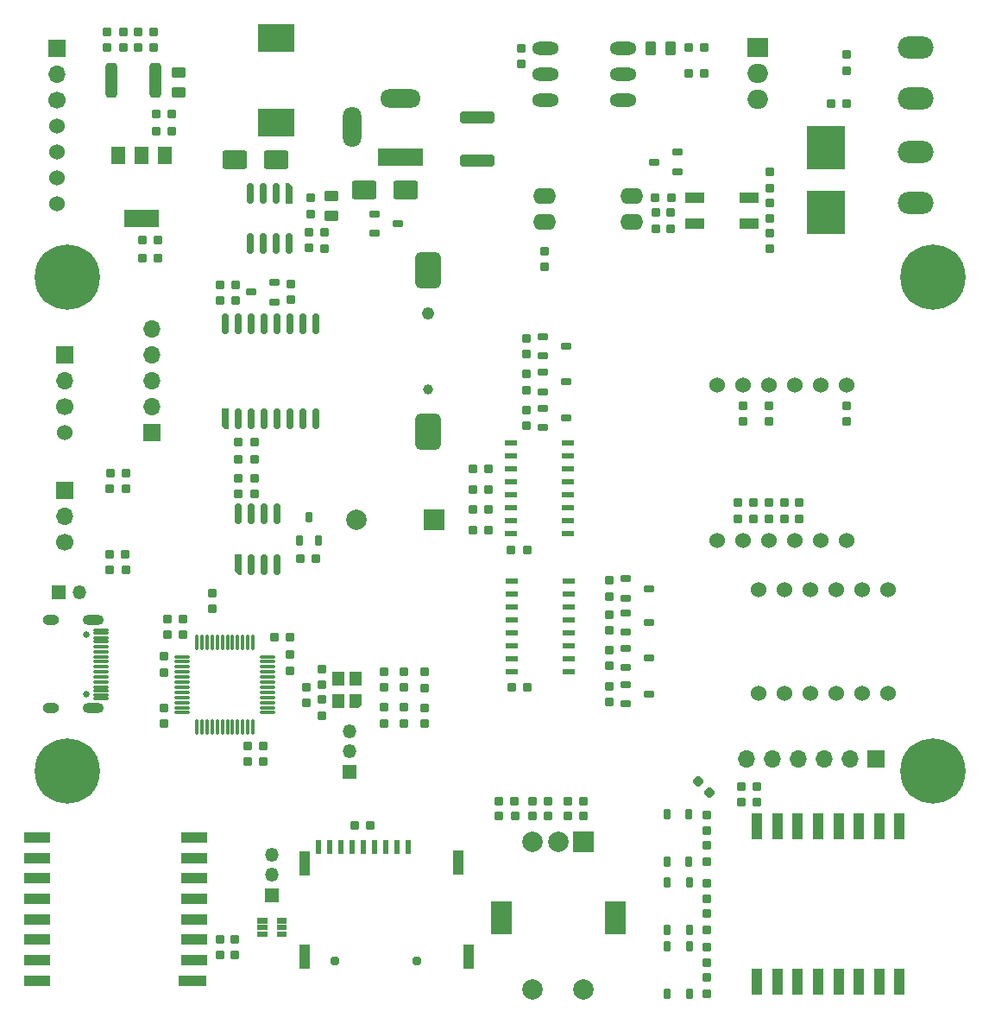
<source format=gbr>
%TF.GenerationSoftware,KiCad,Pcbnew,7.0.1*%
%TF.CreationDate,2023-04-15T09:39:37+07:00*%
%TF.ProjectId,DO_AN_DKTD,444f5f41-4e5f-4444-9b54-442e6b696361,rev?*%
%TF.SameCoordinates,Original*%
%TF.FileFunction,Soldermask,Top*%
%TF.FilePolarity,Negative*%
%FSLAX46Y46*%
G04 Gerber Fmt 4.6, Leading zero omitted, Abs format (unit mm)*
G04 Created by KiCad (PCBNEW 7.0.1) date 2023-04-15 09:39:37*
%MOMM*%
%LPD*%
G01*
G04 APERTURE LIST*
G04 Aperture macros list*
%AMRoundRect*
0 Rectangle with rounded corners*
0 $1 Rounding radius*
0 $2 $3 $4 $5 $6 $7 $8 $9 X,Y pos of 4 corners*
0 Add a 4 corners polygon primitive as box body*
4,1,4,$2,$3,$4,$5,$6,$7,$8,$9,$2,$3,0*
0 Add four circle primitives for the rounded corners*
1,1,$1+$1,$2,$3*
1,1,$1+$1,$4,$5*
1,1,$1+$1,$6,$7*
1,1,$1+$1,$8,$9*
0 Add four rect primitives between the rounded corners*
20,1,$1+$1,$2,$3,$4,$5,0*
20,1,$1+$1,$4,$5,$6,$7,0*
20,1,$1+$1,$6,$7,$8,$9,0*
20,1,$1+$1,$8,$9,$2,$3,0*%
%AMOutline5P*
0 Free polygon, 5 corners , with rotation*
0 The origin of the aperture is its center*
0 number of corners: always 5*
0 $1 to $10 corner X, Y*
0 $11 Rotation angle, in degrees counterclockwise*
0 create outline with 5 corners*
4,1,5,$1,$2,$3,$4,$5,$6,$7,$8,$9,$10,$1,$2,$11*%
%AMOutline6P*
0 Free polygon, 6 corners , with rotation*
0 The origin of the aperture is its center*
0 number of corners: always 6*
0 $1 to $12 corner X, Y*
0 $13 Rotation angle, in degrees counterclockwise*
0 create outline with 6 corners*
4,1,6,$1,$2,$3,$4,$5,$6,$7,$8,$9,$10,$11,$12,$1,$2,$13*%
%AMOutline7P*
0 Free polygon, 7 corners , with rotation*
0 The origin of the aperture is its center*
0 number of corners: always 7*
0 $1 to $14 corner X, Y*
0 $15 Rotation angle, in degrees counterclockwise*
0 create outline with 7 corners*
4,1,7,$1,$2,$3,$4,$5,$6,$7,$8,$9,$10,$11,$12,$13,$14,$1,$2,$15*%
%AMOutline8P*
0 Free polygon, 8 corners , with rotation*
0 The origin of the aperture is its center*
0 number of corners: always 8*
0 $1 to $16 corner X, Y*
0 $17 Rotation angle, in degrees counterclockwise*
0 create outline with 8 corners*
4,1,8,$1,$2,$3,$4,$5,$6,$7,$8,$9,$10,$11,$12,$13,$14,$15,$16,$1,$2,$17*%
%AMFreePoly0*
4,1,18,-0.700000,0.540000,-0.695433,0.562961,-0.682426,0.582426,-0.662961,0.595433,-0.640000,0.600000,0.640000,0.600000,0.662961,0.595433,0.682426,0.582426,0.695433,0.562961,0.700000,0.540000,0.700000,-0.540000,0.695433,-0.562961,0.682426,-0.582426,0.662961,-0.595433,0.640000,-0.600000,-0.400000,-0.600000,-0.700000,-0.300000,-0.700000,0.540000,-0.700000,0.540000,$1*%
G04 Aperture macros list end*
%ADD10C,0.010000*%
%ADD11R,1.350000X1.350000*%
%ADD12O,1.350000X1.350000*%
%ADD13RoundRect,0.127500X-0.322500X0.297500X-0.322500X-0.297500X0.322500X-0.297500X0.322500X0.297500X0*%
%ADD14RoundRect,0.127500X0.322500X-0.297500X0.322500X0.297500X-0.322500X0.297500X-0.322500X-0.297500X0*%
%ADD15RoundRect,0.162500X0.162500X-0.362500X0.162500X0.362500X-0.162500X0.362500X-0.162500X-0.362500X0*%
%ADD16RoundRect,0.127500X0.297500X0.322500X-0.297500X0.322500X-0.297500X-0.322500X0.297500X-0.322500X0*%
%ADD17RoundRect,0.127500X-0.297500X-0.322500X0.297500X-0.322500X0.297500X0.322500X-0.297500X0.322500X0*%
%ADD18RoundRect,0.250000X-0.312500X-1.450000X0.312500X-1.450000X0.312500X1.450000X-0.312500X1.450000X0*%
%ADD19C,0.950000*%
%ADD20R,0.620000X1.400000*%
%ADD21R,1.100000X2.400000*%
%ADD22R,2.000000X1.905000*%
%ADD23O,2.000000X1.905000*%
%ADD24C,0.800000*%
%ADD25C,6.400000*%
%ADD26RoundRect,0.180000X1.020000X0.720000X-1.020000X0.720000X-1.020000X-0.720000X1.020000X-0.720000X0*%
%ADD27O,3.500000X2.200000*%
%ADD28RoundRect,0.090000X-0.410000X-0.210000X0.410000X-0.210000X0.410000X0.210000X-0.410000X0.210000X0*%
%ADD29R,1.700000X1.700000*%
%ADD30O,1.700000X1.700000*%
%ADD31C,1.700000*%
%ADD32R,3.810000X4.240000*%
%ADD33R,1.200000X0.600000*%
%ADD34R,4.400000X1.800000*%
%ADD35O,4.000000X1.800000*%
%ADD36O,1.800000X4.000000*%
%ADD37R,1.000000X2.500000*%
%ADD38RoundRect,0.150000X-0.350000X-0.525000X0.350000X-0.525000X0.350000X0.525000X-0.350000X0.525000X0*%
%ADD39Outline5P,-1.025000X0.000000X-0.725000X0.300000X1.025000X0.300000X1.025000X-0.300000X-1.025000X-0.300000X90.000000*%
%ADD40RoundRect,0.150000X0.150000X-0.875000X0.150000X0.875000X-0.150000X0.875000X-0.150000X-0.875000X0*%
%ADD41Outline5P,-0.975000X0.000000X-0.675000X0.300000X0.975000X0.300000X0.975000X-0.300000X-0.975000X-0.300000X90.000000*%
%ADD42RoundRect,0.150000X0.150000X-0.825000X0.150000X0.825000X-0.150000X0.825000X-0.150000X-0.825000X0*%
%ADD43C,1.524000*%
%ADD44RoundRect,0.250000X-1.450000X0.312500X-1.450000X-0.312500X1.450000X-0.312500X1.450000X0.312500X0*%
%ADD45R,2.800000X1.100000*%
%ADD46R,2.600000X1.100000*%
%ADD47R,1.400000X1.760000*%
%ADD48R,3.500000X1.760000*%
%ADD49C,1.000000*%
%ADD50C,1.244600*%
%ADD51RoundRect,0.647700X0.647700X-1.155700X0.647700X1.155700X-0.647700X1.155700X-0.647700X-1.155700X0*%
%ADD52Outline5P,-0.975000X0.000000X-0.675000X0.300000X0.975000X0.300000X0.975000X-0.300000X-0.975000X-0.300000X270.000000*%
%ADD53RoundRect,0.150000X-0.150000X0.825000X-0.150000X-0.825000X0.150000X-0.825000X0.150000X0.825000X0*%
%ADD54RoundRect,0.150000X-0.525000X0.350000X-0.525000X-0.350000X0.525000X-0.350000X0.525000X0.350000X0*%
%ADD55O,2.616000X1.308000*%
%ADD56R,1.875000X1.050000*%
%ADD57C,0.650000*%
%ADD58RoundRect,0.075000X-0.675000X0.075000X-0.675000X-0.075000X0.675000X-0.075000X0.675000X0.075000X0*%
%ADD59O,2.100000X1.000000*%
%ADD60O,1.600000X1.000000*%
%ADD61O,2.250000X1.600000*%
%ADD62RoundRect,0.075000X0.662500X0.075000X-0.662500X0.075000X-0.662500X-0.075000X0.662500X-0.075000X0*%
%ADD63RoundRect,0.075000X0.075000X0.662500X-0.075000X0.662500X-0.075000X-0.662500X0.075000X-0.662500X0*%
%ADD64R,2.000000X2.000000*%
%ADD65C,2.000000*%
%ADD66R,2.000000X3.200000*%
%ADD67RoundRect,0.090000X0.410000X0.210000X-0.410000X0.210000X-0.410000X-0.210000X0.410000X-0.210000X0*%
%ADD68RoundRect,0.127500X0.438406X0.017678X0.017678X0.438406X-0.438406X-0.017678X-0.017678X-0.438406X0*%
%ADD69RoundRect,0.090000X0.210000X-0.410000X0.210000X0.410000X-0.210000X0.410000X-0.210000X-0.410000X0*%
%ADD70FreePoly0,90.000000*%
%ADD71RoundRect,0.060000X0.540000X-0.640000X0.540000X0.640000X-0.540000X0.640000X-0.540000X-0.640000X0*%
%ADD72R,3.600000X2.700000*%
%ADD73RoundRect,0.180000X-1.020000X-0.720000X1.020000X-0.720000X1.020000X0.720000X-1.020000X0.720000X0*%
G04 APERTURE END LIST*
%TO.C,D5*%
D10*
X121100000Y-137379304D02*
X120198190Y-137379304D01*
X120198190Y-136929855D01*
X121100000Y-136929855D01*
X121100000Y-137379304D01*
G36*
X121100000Y-137379304D02*
G01*
X120198190Y-137379304D01*
X120198190Y-136929855D01*
X121100000Y-136929855D01*
X121100000Y-137379304D01*
G37*
X123000000Y-137379304D02*
X122100308Y-137379304D01*
X122100308Y-136929566D01*
X123000000Y-136929566D01*
X123000000Y-137379304D01*
G36*
X123000000Y-137379304D02*
G01*
X122100308Y-137379304D01*
X122100308Y-136929566D01*
X123000000Y-136929566D01*
X123000000Y-137379304D01*
G37*
X121100000Y-136729304D02*
X120199180Y-136729304D01*
X120199180Y-136279173D01*
X121100000Y-136279173D01*
X121100000Y-136729304D01*
G36*
X121100000Y-136729304D02*
G01*
X120199180Y-136729304D01*
X120199180Y-136279173D01*
X121100000Y-136279173D01*
X121100000Y-136729304D01*
G37*
X123000000Y-136729304D02*
X122100565Y-136729304D01*
X122100565Y-136279050D01*
X123000000Y-136279050D01*
X123000000Y-136729304D01*
G36*
X123000000Y-136729304D02*
G01*
X122100565Y-136729304D01*
X122100565Y-136279050D01*
X123000000Y-136279050D01*
X123000000Y-136729304D01*
G37*
X123000000Y-136079304D02*
X122100083Y-136079304D01*
X122100083Y-135629159D01*
X123000000Y-135629159D01*
X123000000Y-136079304D01*
G36*
X123000000Y-136079304D02*
G01*
X122100083Y-136079304D01*
X122100083Y-135629159D01*
X123000000Y-135629159D01*
X123000000Y-136079304D01*
G37*
X121100000Y-136079304D02*
X120199300Y-136079304D01*
X120199300Y-135628868D01*
X121100000Y-135628868D01*
X121100000Y-136079304D01*
G36*
X121100000Y-136079304D02*
G01*
X120199300Y-136079304D01*
X120199300Y-135628868D01*
X121100000Y-135628868D01*
X121100000Y-136079304D01*
G37*
%TD*%
D11*
%TO.C,J13*%
X100700000Y-103700000D03*
D12*
X102700000Y-103700000D03*
%TD*%
D11*
%TO.C,J12*%
X121600000Y-133400000D03*
D12*
X121600000Y-131400000D03*
X121600000Y-129400000D03*
%TD*%
D13*
%TO.C,C15*%
X164240000Y-128525000D03*
X164240000Y-130075000D03*
%TD*%
D14*
%TO.C,R6*%
X170500000Y-64025000D03*
X170500000Y-62475000D03*
%TD*%
D15*
%TO.C,SW3*%
X160400000Y-136812500D03*
X160400000Y-132162500D03*
X162550000Y-136812500D03*
X162550000Y-132162500D03*
%TD*%
D16*
%TO.C,LE9*%
X105675000Y-100000000D03*
X107225000Y-100000000D03*
%TD*%
D13*
%TO.C,R21*%
X160750000Y-66475000D03*
X160750000Y-68025000D03*
%TD*%
D17*
%TO.C,C18*%
X150638400Y-125650000D03*
X152188400Y-125650000D03*
%TD*%
D18*
%TO.C,F2*%
X105862500Y-53500000D03*
X110137500Y-53500000D03*
%TD*%
D16*
%TO.C,C19*%
X119875000Y-90650000D03*
X118325000Y-90650000D03*
%TD*%
D17*
%TO.C,C4*%
X108875000Y-70900000D03*
X110425000Y-70900000D03*
%TD*%
D13*
%TO.C,R44*%
X136590000Y-111513107D03*
X136590000Y-113063107D03*
%TD*%
D16*
%TO.C,C11*%
X146695000Y-113000000D03*
X145145000Y-113000000D03*
%TD*%
D17*
%TO.C,R59*%
X121825000Y-108100000D03*
X123375000Y-108100000D03*
%TD*%
D19*
%TO.C,J8*%
X127800000Y-139850000D03*
X135800000Y-139850000D03*
D20*
X134980000Y-128625000D03*
X133880000Y-128625000D03*
X132780000Y-128625000D03*
X131680000Y-128625000D03*
X130580000Y-128625000D03*
X129480000Y-128625000D03*
X128380000Y-128625000D03*
X127280000Y-128625000D03*
X126180000Y-128625000D03*
D21*
X124800000Y-130250000D03*
X124800000Y-139430000D03*
X139900000Y-130175000D03*
X140875000Y-139425000D03*
%TD*%
D22*
%TO.C,D2*%
X169305000Y-50250000D03*
D23*
X169305000Y-52790000D03*
X169305000Y-55330000D03*
%TD*%
D24*
%TO.C,REF\u002A\u002A*%
X184100000Y-121250000D03*
X184802944Y-119552944D03*
X184802944Y-122947056D03*
X186500000Y-118850000D03*
D25*
X186500000Y-121250000D03*
D24*
X186500000Y-123650000D03*
X188197056Y-119552944D03*
X188197056Y-122947056D03*
X188900000Y-121250000D03*
%TD*%
D26*
%TO.C,D6*%
X117950000Y-61300000D03*
X122000000Y-61300000D03*
%TD*%
D14*
%TO.C,R22*%
X159250000Y-68025000D03*
X159250000Y-66475000D03*
%TD*%
%TO.C,R18*%
X146590000Y-80340000D03*
X146590000Y-78790000D03*
%TD*%
D27*
%TO.C,J5*%
X184750000Y-65500000D03*
X184750000Y-60500000D03*
%TD*%
D14*
%TO.C,R29*%
X146590000Y-87340000D03*
X146590000Y-85790000D03*
%TD*%
D13*
%TO.C,R14*%
X167362500Y-94905000D03*
X167362500Y-96455000D03*
%TD*%
D16*
%TO.C,R2*%
X148738400Y-124150000D03*
X147188400Y-124150000D03*
%TD*%
D28*
%TO.C,Q10*%
X131662500Y-66600000D03*
X131662500Y-68500000D03*
X133937500Y-67550000D03*
%TD*%
D14*
%TO.C,R39*%
X154740000Y-114435000D03*
X154740000Y-112885000D03*
%TD*%
D16*
%TO.C,C1*%
X111775000Y-56750000D03*
X110225000Y-56750000D03*
%TD*%
D29*
%TO.C,J7*%
X109850000Y-88040000D03*
D30*
X109850000Y-85500000D03*
X109850000Y-82960000D03*
X109850000Y-80420000D03*
X109850000Y-77880000D03*
%TD*%
D14*
%TO.C,R38*%
X154690000Y-104085000D03*
X154690000Y-102535000D03*
%TD*%
D16*
%TO.C,R30*%
X107310787Y-92000000D03*
X105760787Y-92000000D03*
%TD*%
D13*
%TO.C,R12*%
X171862500Y-94905000D03*
X171862500Y-96455000D03*
%TD*%
D29*
%TO.C,J4*%
X101250000Y-93710000D03*
D30*
X101250000Y-96250000D03*
D31*
X101250000Y-98790000D03*
%TD*%
D32*
%TO.C,F1*%
X176000000Y-60065000D03*
X176000000Y-66435000D03*
%TD*%
D16*
%TO.C,C9*%
X146645000Y-99525000D03*
X145095000Y-99525000D03*
%TD*%
D14*
%TO.C,C26*%
X126750000Y-69975000D03*
X126750000Y-68425000D03*
%TD*%
D33*
%TO.C,U2*%
X150670000Y-97970000D03*
X150670000Y-96700000D03*
X150670000Y-95430000D03*
X150670000Y-94160000D03*
X150670000Y-92890000D03*
X150670000Y-91620000D03*
X150670000Y-90350000D03*
X150670000Y-89080000D03*
X145070000Y-89080000D03*
X145070000Y-90350000D03*
X145070000Y-91620000D03*
X145070000Y-92890000D03*
X145070000Y-94160000D03*
X145070000Y-95430000D03*
X145070000Y-96700000D03*
X145070000Y-97970000D03*
%TD*%
D14*
%TO.C,R45*%
X164250000Y-143025000D03*
X164250000Y-141475000D03*
%TD*%
%TO.C,R37*%
X154740000Y-107435000D03*
X154740000Y-105885000D03*
%TD*%
D17*
%TO.C,R3*%
X150638400Y-124150000D03*
X152188400Y-124150000D03*
%TD*%
D13*
%TO.C,R47*%
X132590000Y-111475000D03*
X132590000Y-113025000D03*
%TD*%
D17*
%TO.C,R19*%
X176475000Y-55750000D03*
X178025000Y-55750000D03*
%TD*%
D13*
%TO.C,R17*%
X170362500Y-94905000D03*
X170362500Y-96455000D03*
%TD*%
D34*
%TO.C,J10*%
X134250000Y-61050000D03*
D35*
X134250000Y-55250000D03*
D36*
X129450000Y-58050000D03*
%TD*%
D17*
%TO.C,R20*%
X162475000Y-52790000D03*
X164025000Y-52790000D03*
%TD*%
D16*
%TO.C,C21*%
X119875000Y-94000000D03*
X118325000Y-94000000D03*
%TD*%
D14*
%TO.C,LE5*%
X134590000Y-114975000D03*
X134590000Y-116525000D03*
%TD*%
D37*
%TO.C,U10*%
X183200000Y-126650000D03*
X181200000Y-126650000D03*
X179200000Y-126650000D03*
X177200000Y-126650000D03*
X175200000Y-126650000D03*
X173200000Y-126650000D03*
X171200000Y-126650000D03*
X169200000Y-126650000D03*
X169200000Y-141850000D03*
X171200000Y-141850000D03*
X173200000Y-141850000D03*
X175200000Y-141850000D03*
X177200000Y-141850000D03*
X179200000Y-141850000D03*
X181200000Y-141850000D03*
X183200000Y-141850000D03*
%TD*%
D17*
%TO.C,C8*%
X162475000Y-50250000D03*
X164025000Y-50250000D03*
%TD*%
D14*
%TO.C,R10*%
X167822500Y-86955000D03*
X167822500Y-85405000D03*
%TD*%
D24*
%TO.C,REF\u002A\u002A*%
X184100000Y-72750000D03*
X184802944Y-71052944D03*
X184802944Y-74447056D03*
X186500000Y-70350000D03*
D25*
X186500000Y-72750000D03*
D24*
X186500000Y-75150000D03*
X188197056Y-71052944D03*
X188197056Y-74447056D03*
X188900000Y-72750000D03*
%TD*%
D38*
%TO.C,R23*%
X158800000Y-50340000D03*
X160700000Y-50340000D03*
%TD*%
D39*
%TO.C,IC1*%
X117055000Y-86650000D03*
D40*
X118325000Y-86650000D03*
X119595000Y-86650000D03*
X120865000Y-86650000D03*
X122135000Y-86650000D03*
X123405000Y-86650000D03*
X124675000Y-86650000D03*
X125945000Y-86650000D03*
X125945000Y-77350000D03*
X124675000Y-77350000D03*
X123405000Y-77350000D03*
X122135000Y-77350000D03*
X120865000Y-77350000D03*
X119595000Y-77350000D03*
X118325000Y-77350000D03*
X117055000Y-77350000D03*
%TD*%
D28*
%TO.C,Q1*%
X148202500Y-85615000D03*
X148202500Y-87515000D03*
X150477500Y-86565000D03*
%TD*%
D41*
%TO.C,U8*%
X118325000Y-100975000D03*
D42*
X119595000Y-100975000D03*
X120865000Y-100975000D03*
X122135000Y-100975000D03*
X122135000Y-96025000D03*
X120865000Y-96025000D03*
X119595000Y-96025000D03*
X118325000Y-96025000D03*
%TD*%
D13*
%TO.C,R27*%
X118050000Y-73525000D03*
X118050000Y-75075000D03*
%TD*%
D24*
%TO.C,REF\u002A\u002A*%
X99100000Y-121250000D03*
X99802944Y-119552944D03*
X99802944Y-122947056D03*
X101500000Y-118850000D03*
D25*
X101500000Y-121250000D03*
D24*
X101500000Y-123650000D03*
X103197056Y-119552944D03*
X103197056Y-122947056D03*
X103900000Y-121250000D03*
%TD*%
D43*
%TO.C,LE1*%
X165282500Y-98600000D03*
X167822500Y-98600000D03*
X170362500Y-98600000D03*
X172902500Y-98600000D03*
X175442500Y-98600000D03*
X177982500Y-98600000D03*
X177982500Y-83360000D03*
X175442500Y-83360000D03*
X172902500Y-83360000D03*
X170362500Y-83360000D03*
X167822500Y-83360000D03*
X165282500Y-83360000D03*
%TD*%
D44*
%TO.C,F3*%
X141785000Y-57112500D03*
X141785000Y-61387500D03*
%TD*%
D17*
%TO.C,R8*%
X141325000Y-97600000D03*
X142875000Y-97600000D03*
%TD*%
%TO.C,LE7*%
X107025000Y-48750000D03*
X105475000Y-48750000D03*
%TD*%
D43*
%TO.C,LE2*%
X169320000Y-113560000D03*
X171860000Y-113560000D03*
X174400000Y-113560000D03*
X176940000Y-113560000D03*
X179480000Y-113560000D03*
X182020000Y-113560000D03*
X182020000Y-103400000D03*
X179480000Y-103400000D03*
X176940000Y-103400000D03*
X174400000Y-103400000D03*
X171860000Y-103400000D03*
X169320000Y-103400000D03*
%TD*%
D24*
%TO.C,REF\u002A\u002A*%
X99100000Y-72750000D03*
X99802944Y-71052944D03*
X99802944Y-74447056D03*
X101500000Y-70350000D03*
D25*
X101500000Y-72750000D03*
D24*
X101500000Y-75150000D03*
X103197056Y-71052944D03*
X103197056Y-74447056D03*
X103900000Y-72750000D03*
%TD*%
D14*
%TO.C,R24*%
X148400000Y-71775000D03*
X148400000Y-70225000D03*
%TD*%
D45*
%TO.C,U9*%
X113850000Y-141750000D03*
D46*
X113950000Y-139750000D03*
X113950000Y-137750000D03*
X113950000Y-135750000D03*
X113950000Y-133750000D03*
X113950000Y-131750000D03*
X113950000Y-129750000D03*
X113950000Y-127750000D03*
X98550000Y-127750000D03*
X98550000Y-129750000D03*
X98550000Y-131750000D03*
X98550000Y-133750000D03*
X98550000Y-135750000D03*
X98550000Y-137750000D03*
X98550000Y-139750000D03*
X98550000Y-141750000D03*
%TD*%
D17*
%TO.C,C2*%
X110225000Y-58500000D03*
X111775000Y-58500000D03*
%TD*%
D47*
%TO.C,U1*%
X111150000Y-60815000D03*
D48*
X108850000Y-67065000D03*
D47*
X108850000Y-60815000D03*
X106550000Y-60815000D03*
%TD*%
D29*
%TO.C,J3*%
X101250000Y-80420000D03*
D30*
X101250000Y-82960000D03*
D31*
X101250000Y-85500000D03*
D43*
X101250000Y-88040000D03*
%TD*%
D28*
%TO.C,Q5*%
X156352500Y-109160000D03*
X156352500Y-111060000D03*
X158627500Y-110110000D03*
%TD*%
D17*
%TO.C,C34*%
X119225000Y-118750000D03*
X120775000Y-118750000D03*
%TD*%
D14*
%TO.C,C29*%
X164250000Y-133762500D03*
X164250000Y-132212500D03*
%TD*%
D13*
%TO.C,R48*%
X134590000Y-111475000D03*
X134590000Y-113025000D03*
%TD*%
D17*
%TO.C,R60*%
X124400000Y-100387500D03*
X125950000Y-100387500D03*
%TD*%
D49*
%TO.C,BT1*%
X136960000Y-83796500D03*
D50*
X136960000Y-76303500D03*
D51*
X136960000Y-72150600D03*
X136960000Y-87949400D03*
%TD*%
D13*
%TO.C,C33*%
X111000000Y-115000000D03*
X111000000Y-116550000D03*
%TD*%
%TO.C,R16*%
X173362500Y-94905000D03*
X173362500Y-96455000D03*
%TD*%
D14*
%TO.C,R25*%
X146075000Y-51900000D03*
X146075000Y-50350000D03*
%TD*%
D16*
%TO.C,C32*%
X169200000Y-124250000D03*
X167650000Y-124250000D03*
%TD*%
%TO.C,C20*%
X119875000Y-92500000D03*
X118325000Y-92500000D03*
%TD*%
%TO.C,C7*%
X160775000Y-65000000D03*
X159225000Y-65000000D03*
%TD*%
D14*
%TO.C,C12*%
X126500000Y-115775000D03*
X126500000Y-114225000D03*
%TD*%
D17*
%TO.C,LE8*%
X107025000Y-50250000D03*
X105475000Y-50250000D03*
%TD*%
D16*
%TO.C,C3*%
X110425000Y-69150000D03*
X108875000Y-69150000D03*
%TD*%
D11*
%TO.C,J11*%
X129200000Y-121300000D03*
D12*
X129200000Y-119300000D03*
X129200000Y-117300000D03*
%TD*%
D14*
%TO.C,C30*%
X164250000Y-140025000D03*
X164250000Y-138475000D03*
%TD*%
D28*
%TO.C,Q7*%
X156352500Y-102360000D03*
X156352500Y-104260000D03*
X158627500Y-103310000D03*
%TD*%
D14*
%TO.C,R15*%
X170362500Y-86955000D03*
X170362500Y-85405000D03*
%TD*%
D16*
%TO.C,C31*%
X169200000Y-122750000D03*
X167650000Y-122750000D03*
%TD*%
D17*
%TO.C,R5*%
X141300000Y-91600000D03*
X142850000Y-91600000D03*
%TD*%
D52*
%TO.C,U5*%
X123270000Y-64550000D03*
D53*
X122000000Y-64550000D03*
X120730000Y-64550000D03*
X119460000Y-64550000D03*
X119460000Y-69500000D03*
X120730000Y-69500000D03*
X122000000Y-69500000D03*
X123270000Y-69500000D03*
%TD*%
D14*
%TO.C,R32*%
X125250000Y-69950000D03*
X125250000Y-68400000D03*
%TD*%
D33*
%TO.C,U6*%
X150720000Y-111445000D03*
X150720000Y-110175000D03*
X150720000Y-108905000D03*
X150720000Y-107635000D03*
X150720000Y-106365000D03*
X150720000Y-105095000D03*
X150720000Y-103825000D03*
X150720000Y-102555000D03*
X145120000Y-102555000D03*
X145120000Y-103825000D03*
X145120000Y-105095000D03*
X145120000Y-106365000D03*
X145120000Y-107635000D03*
X145120000Y-108905000D03*
X145120000Y-110175000D03*
X145120000Y-111445000D03*
%TD*%
D14*
%TO.C,LE3*%
X136590000Y-115013107D03*
X136590000Y-116563107D03*
%TD*%
D54*
%TO.C,C27*%
X112500000Y-52750000D03*
X112500000Y-54650000D03*
%TD*%
D16*
%TO.C,C17*%
X148738400Y-125650000D03*
X147188400Y-125650000D03*
%TD*%
%TO.C,R62*%
X120775000Y-120250000D03*
X119225000Y-120250000D03*
%TD*%
D14*
%TO.C,R11*%
X177982500Y-86955000D03*
X177982500Y-85405000D03*
%TD*%
%TO.C,C25*%
X125400000Y-66575000D03*
X125400000Y-65025000D03*
%TD*%
D16*
%TO.C,R50*%
X110025000Y-48750000D03*
X108475000Y-48750000D03*
%TD*%
D17*
%TO.C,R7*%
X141300000Y-95600000D03*
X142850000Y-95600000D03*
%TD*%
D55*
%TO.C,U4*%
X148440000Y-50340000D03*
X148440000Y-52880000D03*
X148440000Y-55420000D03*
X156060000Y-55420000D03*
X156060000Y-52880000D03*
X156060000Y-50340000D03*
%TD*%
D56*
%TO.C,D1*%
X163087500Y-65000000D03*
X168412500Y-67500000D03*
X163087500Y-67500000D03*
X168412500Y-65000000D03*
%TD*%
D16*
%TO.C,LE6*%
X105725000Y-93500000D03*
X107275000Y-93500000D03*
%TD*%
D13*
%TO.C,R9*%
X170500000Y-68475000D03*
X170500000Y-70025000D03*
%TD*%
D14*
%TO.C,R43*%
X164250000Y-136775000D03*
X164250000Y-135225000D03*
%TD*%
D17*
%TO.C,R4*%
X141325000Y-93600000D03*
X142875000Y-93600000D03*
%TD*%
D13*
%TO.C,R61*%
X115800000Y-103775000D03*
X115800000Y-105325000D03*
%TD*%
D57*
%TO.C,J9*%
X103425000Y-107860000D03*
X103425000Y-113640000D03*
D58*
X104850000Y-107400000D03*
X104850000Y-108200000D03*
X104850000Y-109500000D03*
X104850000Y-110500000D03*
X104850000Y-111000000D03*
X104850000Y-112000000D03*
X104850000Y-113300000D03*
X104850000Y-114100000D03*
X104850000Y-113800000D03*
X104850000Y-113000000D03*
X104850000Y-112500000D03*
X104850000Y-111500000D03*
X104850000Y-110000000D03*
X104850000Y-109000000D03*
X104850000Y-108500000D03*
X104850000Y-107700000D03*
D59*
X104105000Y-106430000D03*
D60*
X99925000Y-106430000D03*
D59*
X104105000Y-115070000D03*
D60*
X99925000Y-115070000D03*
%TD*%
D13*
%TO.C,R46*%
X164240000Y-125537500D03*
X164240000Y-127087500D03*
%TD*%
%TO.C,C36*%
X123350000Y-109825000D03*
X123350000Y-111375000D03*
%TD*%
%TO.C,R13*%
X168862500Y-94905000D03*
X168862500Y-96455000D03*
%TD*%
D29*
%TO.C,J1*%
X100510000Y-50310000D03*
D30*
X100510000Y-52850000D03*
D31*
X100510000Y-55390000D03*
D43*
X100510000Y-57930000D03*
X100510000Y-60470000D03*
X100510000Y-63010000D03*
X100510000Y-65550000D03*
%TD*%
D14*
%TO.C,R28*%
X146590000Y-83840000D03*
X146590000Y-82290000D03*
%TD*%
%TO.C,C6*%
X178025000Y-52525000D03*
X178025000Y-50975000D03*
%TD*%
D13*
%TO.C,C5*%
X170500000Y-65475000D03*
X170500000Y-67025000D03*
%TD*%
D15*
%TO.C,SW4*%
X160390000Y-130112500D03*
X160390000Y-125462500D03*
X162540000Y-130112500D03*
X162540000Y-125462500D03*
%TD*%
D17*
%TO.C,C35*%
X111375000Y-107800000D03*
X112925000Y-107800000D03*
%TD*%
D28*
%TO.C,Q3*%
X148202500Y-78615000D03*
X148202500Y-80515000D03*
X150477500Y-79565000D03*
%TD*%
D61*
%TO.C,U3*%
X156900000Y-67340000D03*
X156900000Y-64800000D03*
X148400000Y-64800000D03*
X148400000Y-67340000D03*
%TD*%
D13*
%TO.C,C23*%
X116500000Y-137725000D03*
X116500000Y-139275000D03*
%TD*%
D29*
%TO.C,J6*%
X180850000Y-120000000D03*
D30*
X178310000Y-120000000D03*
X175770000Y-120000000D03*
X173230000Y-120000000D03*
X170690000Y-120000000D03*
X168150000Y-120000000D03*
%TD*%
D14*
%TO.C,LE4*%
X132590000Y-114975000D03*
X132590000Y-116525000D03*
%TD*%
%TO.C,R40*%
X125000000Y-114525000D03*
X125000000Y-112975000D03*
%TD*%
D62*
%TO.C,U7*%
X121162500Y-115500000D03*
X121162500Y-115000000D03*
X121162500Y-114500000D03*
X121162500Y-114000000D03*
X121162500Y-113500000D03*
X121162500Y-113000000D03*
X121162500Y-112500000D03*
X121162500Y-112000000D03*
X121162500Y-111500000D03*
X121162500Y-111000000D03*
X121162500Y-110500000D03*
X121162500Y-110000000D03*
D63*
X119750000Y-108587500D03*
X119250000Y-108587500D03*
X118750000Y-108587500D03*
X118250000Y-108587500D03*
X117750000Y-108587500D03*
X117250000Y-108587500D03*
X116750000Y-108587500D03*
X116250000Y-108587500D03*
X115750000Y-108587500D03*
X115250000Y-108587500D03*
X114750000Y-108587500D03*
X114250000Y-108587500D03*
D62*
X112837500Y-110000000D03*
X112837500Y-110500000D03*
X112837500Y-111000000D03*
X112837500Y-111500000D03*
X112837500Y-112000000D03*
X112837500Y-112500000D03*
X112837500Y-113000000D03*
X112837500Y-113500000D03*
X112837500Y-114000000D03*
X112837500Y-114500000D03*
X112837500Y-115000000D03*
X112837500Y-115500000D03*
D63*
X114250000Y-116912500D03*
X114750000Y-116912500D03*
X115250000Y-116912500D03*
X115750000Y-116912500D03*
X116250000Y-116912500D03*
X116750000Y-116912500D03*
X117250000Y-116912500D03*
X117750000Y-116912500D03*
X118250000Y-116912500D03*
X118750000Y-116912500D03*
X119250000Y-116912500D03*
X119750000Y-116912500D03*
%TD*%
D54*
%TO.C,C24*%
X127450000Y-64850000D03*
X127450000Y-66750000D03*
%TD*%
D14*
%TO.C,C13*%
X126500000Y-112775000D03*
X126500000Y-111225000D03*
%TD*%
D64*
%TO.C,BZ1*%
X137500000Y-96600000D03*
D65*
X129900000Y-96600000D03*
%TD*%
D64*
%TO.C,SW1*%
X152188400Y-128131600D03*
D65*
X147188400Y-128131600D03*
X149688400Y-128131600D03*
D66*
X155288400Y-135631600D03*
X144088400Y-135631600D03*
D65*
X147188400Y-142631600D03*
X152188400Y-142631600D03*
%TD*%
D15*
%TO.C,SW2*%
X160400000Y-143062500D03*
X160400000Y-138412500D03*
X162550000Y-143062500D03*
X162550000Y-138412500D03*
%TD*%
D67*
%TO.C,Q4*%
X161387500Y-62450000D03*
X161387500Y-60550000D03*
X159112500Y-61500000D03*
%TD*%
D68*
%TO.C,R42*%
X164548008Y-123298008D03*
X163451992Y-122201992D03*
%TD*%
D14*
%TO.C,R36*%
X154740000Y-110885000D03*
X154740000Y-109335000D03*
%TD*%
D17*
%TO.C,C10*%
X129725000Y-126550000D03*
X131275000Y-126550000D03*
%TD*%
D13*
%TO.C,C22*%
X118000000Y-137725000D03*
X118000000Y-139275000D03*
%TD*%
%TO.C,R41*%
X123500000Y-73475000D03*
X123500000Y-75025000D03*
%TD*%
D17*
%TO.C,R1*%
X143875000Y-124150000D03*
X145425000Y-124150000D03*
%TD*%
D28*
%TO.C,Q6*%
X156352500Y-105710000D03*
X156352500Y-107610000D03*
X158627500Y-106660000D03*
%TD*%
D16*
%TO.C,R51*%
X110025000Y-50250000D03*
X108475000Y-50250000D03*
%TD*%
D28*
%TO.C,Q2*%
X148202500Y-82115000D03*
X148202500Y-84015000D03*
X150477500Y-83065000D03*
%TD*%
D17*
%TO.C,R58*%
X111375000Y-106300000D03*
X112925000Y-106300000D03*
%TD*%
D13*
%TO.C,R55*%
X111000000Y-109975000D03*
X111000000Y-111525000D03*
%TD*%
D17*
%TO.C,C16*%
X143900000Y-125650000D03*
X145450000Y-125650000D03*
%TD*%
D13*
%TO.C,R26*%
X116550000Y-73525000D03*
X116550000Y-75075000D03*
%TD*%
D16*
%TO.C,R31*%
X107275000Y-101500000D03*
X105725000Y-101500000D03*
%TD*%
D27*
%TO.C,J2*%
X184750000Y-55250000D03*
X184750000Y-50250000D03*
%TD*%
D16*
%TO.C,C14*%
X119875000Y-89000000D03*
X118325000Y-89000000D03*
%TD*%
D28*
%TO.C,Q8*%
X156352500Y-112710000D03*
X156352500Y-114610000D03*
X158627500Y-113660000D03*
%TD*%
D67*
%TO.C,D4*%
X121887500Y-75200000D03*
X121887500Y-73300000D03*
X119612500Y-74250000D03*
%TD*%
D69*
%TO.C,Q9*%
X124300000Y-98637500D03*
X126200000Y-98637500D03*
X125250000Y-96362500D03*
%TD*%
D70*
%TO.C,Y1*%
X129850000Y-114350000D03*
D71*
X129850000Y-112150000D03*
X128150000Y-112150000D03*
X128150000Y-114350000D03*
%TD*%
D72*
%TO.C,L1*%
X122000000Y-57650000D03*
X122000000Y-49350000D03*
%TD*%
D73*
%TO.C,D8*%
X134700000Y-64250000D03*
X130650000Y-64250000D03*
%TD*%
M02*

</source>
